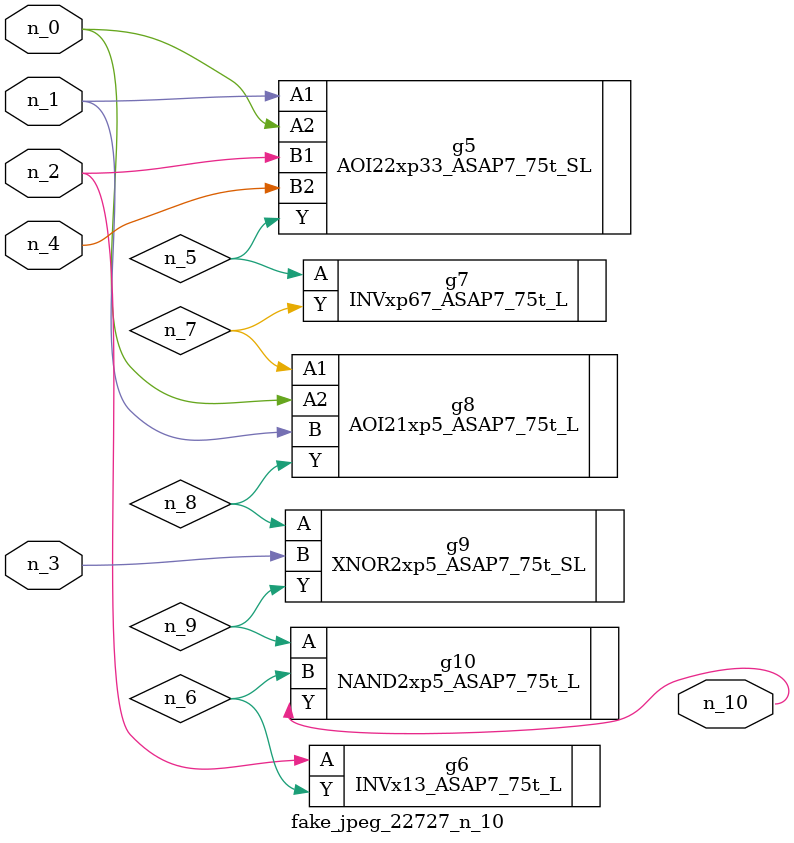
<source format=v>
module fake_jpeg_22727_n_10 (n_3, n_2, n_1, n_0, n_4, n_10);

input n_3;
input n_2;
input n_1;
input n_0;
input n_4;

output n_10;

wire n_8;
wire n_9;
wire n_6;
wire n_5;
wire n_7;

AOI22xp33_ASAP7_75t_SL g5 ( 
.A1(n_1),
.A2(n_0),
.B1(n_2),
.B2(n_4),
.Y(n_5)
);

INVx13_ASAP7_75t_L g6 ( 
.A(n_2),
.Y(n_6)
);

INVxp67_ASAP7_75t_L g7 ( 
.A(n_5),
.Y(n_7)
);

AOI21xp5_ASAP7_75t_L g8 ( 
.A1(n_7),
.A2(n_0),
.B(n_1),
.Y(n_8)
);

XNOR2xp5_ASAP7_75t_SL g9 ( 
.A(n_8),
.B(n_3),
.Y(n_9)
);

NAND2xp5_ASAP7_75t_L g10 ( 
.A(n_9),
.B(n_6),
.Y(n_10)
);


endmodule
</source>
